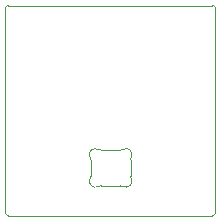
<source format=gm1>
G04 #@! TF.GenerationSoftware,KiCad,Pcbnew,(6.0.5)*
G04 #@! TF.CreationDate,2022-08-26T20:17:22-07:00*
G04 #@! TF.ProjectId,single_switch,73696e67-6c65-45f7-9377-697463682e6b,1*
G04 #@! TF.SameCoordinates,Original*
G04 #@! TF.FileFunction,Profile,NP*
%FSLAX46Y46*%
G04 Gerber Fmt 4.6, Leading zero omitted, Abs format (unit mm)*
G04 Created by KiCad (PCBNEW (6.0.5)) date 2022-08-26 20:17:22*
%MOMM*%
%LPD*%
G01*
G04 APERTURE LIST*
G04 #@! TA.AperFunction,Profile*
%ADD10C,0.038100*%
G04 #@! TD*
G04 #@! TA.AperFunction,Profile*
%ADD11C,0.100000*%
G04 #@! TD*
G04 APERTURE END LIST*
D10*
X120780000Y-124526000D02*
X120780011Y-107254000D01*
X120526000Y-106999989D02*
X103254000Y-107000000D01*
X103000000Y-124525989D02*
G75*
G03*
X103254000Y-124780000I254000J-11D01*
G01*
X103254000Y-106999989D02*
G75*
G03*
X102999989Y-107254011I0J-254011D01*
G01*
X120525989Y-124780000D02*
G75*
G03*
X120780000Y-124526000I11J254000D01*
G01*
X102999989Y-107254011D02*
X102999989Y-124525989D01*
X103254000Y-124780000D02*
X120525989Y-124780011D01*
X120780011Y-107254000D02*
G75*
G03*
X120526000Y-106999989I-254011J0D01*
G01*
D11*
X113599999Y-121452842D02*
X113599999Y-120047158D01*
X112694452Y-119250000D02*
X111105548Y-119250000D01*
X111105548Y-122249999D02*
X112694453Y-122249999D01*
X110200001Y-120047158D02*
X110200001Y-121452842D01*
X110853291Y-119181700D02*
G75*
G03*
X110150516Y-119830280I-252261J-431700D01*
G01*
X113649484Y-119830280D02*
G75*
G03*
X113599999Y-120047158I450505J-216876D01*
G01*
X110150517Y-121669720D02*
G75*
G03*
X110853289Y-122318299I450513J-216880D01*
G01*
X110199985Y-120047157D02*
G75*
G03*
X110150516Y-119830280I-499885J57D01*
G01*
X113599999Y-121452843D02*
G75*
G03*
X113649484Y-121669720I499990J-1D01*
G01*
X113649483Y-119830281D02*
G75*
G03*
X112946711Y-119181701I-450513J216880D01*
G01*
X110853290Y-119181701D02*
G75*
G03*
X111105548Y-119250000I252260J431711D01*
G01*
X112946711Y-122318298D02*
G75*
G03*
X112694453Y-122249999I-252261J-431710D01*
G01*
X112694452Y-119250000D02*
G75*
G03*
X112946711Y-119181701I-2J500009D01*
G01*
X111105547Y-122250000D02*
G75*
G03*
X110853289Y-122318299I3J-500010D01*
G01*
X112946711Y-122318298D02*
G75*
G03*
X113649484Y-121669720I252259J431700D01*
G01*
X110150516Y-121669720D02*
G75*
G03*
X110200001Y-121452842I-450876J216960D01*
G01*
M02*

</source>
